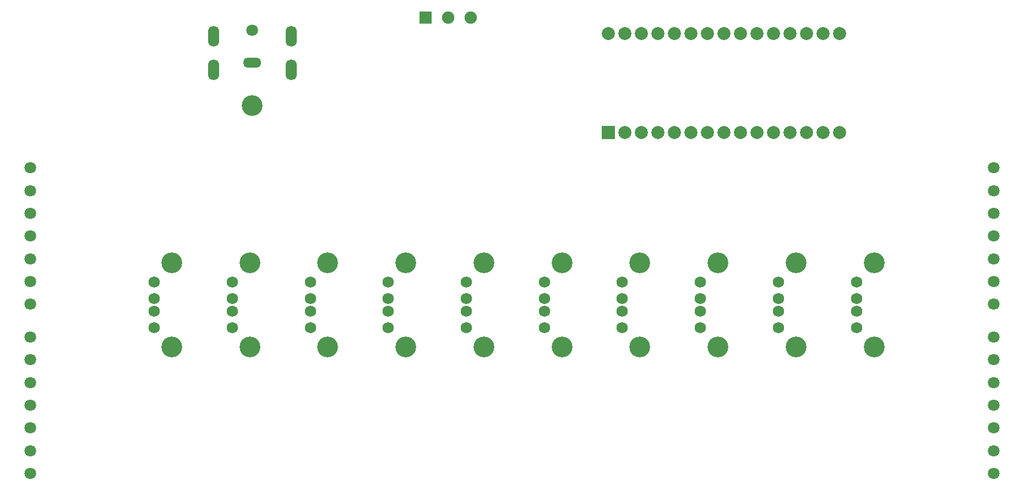
<source format=gbs>
G04*
G04 #@! TF.GenerationSoftware,Altium Limited,Altium NEXUS,2.1.5 (53)*
G04*
G04 Layer_Color=16711935*
%FSLAX44Y44*%
%MOMM*%
G71*
G01*
G75*
%ADD38C,1.7272*%
%ADD39C,3.2032*%
%ADD40C,1.9032*%
%ADD41R,1.9032X1.9032*%
%ADD42O,2.8192X1.5112*%
%ADD43O,1.7112X3.2192*%
%ADD44C,1.8032*%
%ADD45C,2.0032*%
%ADD46R,2.0032X2.0032*%
D38*
X1310000Y739140D02*
D03*
Y759140D02*
D03*
Y714140D02*
D03*
Y784140D02*
D03*
X1190000Y739140D02*
D03*
Y759140D02*
D03*
Y714140D02*
D03*
Y784140D02*
D03*
X1070000Y739140D02*
D03*
Y759140D02*
D03*
Y714140D02*
D03*
Y784140D02*
D03*
X950000Y739140D02*
D03*
Y759140D02*
D03*
Y714140D02*
D03*
Y784140D02*
D03*
X830000Y739140D02*
D03*
Y759140D02*
D03*
Y714140D02*
D03*
Y784140D02*
D03*
X710000Y739140D02*
D03*
Y759140D02*
D03*
Y714140D02*
D03*
Y784140D02*
D03*
X590000Y739140D02*
D03*
Y759140D02*
D03*
Y714140D02*
D03*
Y784140D02*
D03*
X470000Y739140D02*
D03*
Y759140D02*
D03*
Y714140D02*
D03*
Y784140D02*
D03*
X350000Y739140D02*
D03*
Y759140D02*
D03*
Y714140D02*
D03*
Y784140D02*
D03*
X230000Y739140D02*
D03*
Y759140D02*
D03*
Y714140D02*
D03*
Y784140D02*
D03*
D39*
X1337000Y684140D02*
D03*
Y814140D02*
D03*
X381000Y1055710D02*
D03*
X1217000Y684140D02*
D03*
Y814140D02*
D03*
X1097000Y684140D02*
D03*
Y814140D02*
D03*
X977000Y684140D02*
D03*
Y814140D02*
D03*
X857000Y684140D02*
D03*
Y814140D02*
D03*
X737000Y684140D02*
D03*
Y814140D02*
D03*
X617000Y684140D02*
D03*
Y814140D02*
D03*
X497000Y684140D02*
D03*
Y814140D02*
D03*
X377000Y684140D02*
D03*
Y814140D02*
D03*
X257000Y684140D02*
D03*
Y814140D02*
D03*
D40*
X716990Y1191260D02*
D03*
X681990D02*
D03*
D41*
X646990D02*
D03*
D42*
X381000Y1122210D02*
D03*
D43*
X440500Y1110710D02*
D03*
Y1162710D02*
D03*
X321500D02*
D03*
Y1110710D02*
D03*
D44*
X381000Y1172210D02*
D03*
X1521460Y489540D02*
D03*
Y699540D02*
D03*
Y524540D02*
D03*
Y664540D02*
D03*
Y559540D02*
D03*
Y629540D02*
D03*
Y594540D02*
D03*
X39370Y489540D02*
D03*
Y699540D02*
D03*
Y524540D02*
D03*
Y664540D02*
D03*
Y559540D02*
D03*
Y629540D02*
D03*
Y594540D02*
D03*
Y750040D02*
D03*
Y960040D02*
D03*
Y785040D02*
D03*
Y925040D02*
D03*
Y820040D02*
D03*
Y890040D02*
D03*
Y855040D02*
D03*
X1521460Y750040D02*
D03*
Y960040D02*
D03*
Y785040D02*
D03*
Y925040D02*
D03*
Y820040D02*
D03*
Y890040D02*
D03*
Y855040D02*
D03*
D45*
X928370Y1167130D02*
D03*
X953770D02*
D03*
X979170D02*
D03*
X1004570D02*
D03*
X1029970D02*
D03*
X1055370D02*
D03*
X1080770D02*
D03*
X1106170D02*
D03*
X1131570D02*
D03*
X1156970D02*
D03*
X1182370D02*
D03*
X1207770D02*
D03*
X1233170D02*
D03*
X1258570D02*
D03*
X1283970D02*
D03*
Y1014730D02*
D03*
X1258570D02*
D03*
X1233170D02*
D03*
X1207770D02*
D03*
X1182370D02*
D03*
X1156970D02*
D03*
X1131570D02*
D03*
X1106170D02*
D03*
X1080770D02*
D03*
X1055370D02*
D03*
X1029970D02*
D03*
X1004570D02*
D03*
X979170D02*
D03*
X953770D02*
D03*
D46*
X928370D02*
D03*
M02*

</source>
